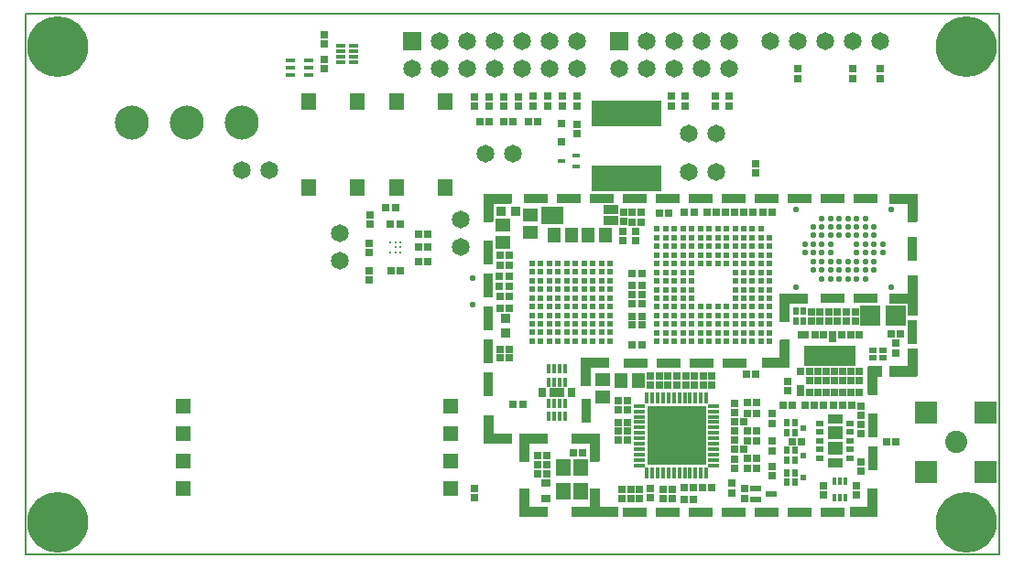
<source format=gbs>
G04 Layer_Color=16711935*
%FSLAX25Y25*%
%MOIN*%
G70*
G01*
G75*
%ADD16C,0.00787*%
%ADD95C,0.06500*%
%ADD96R,0.06500X0.06500*%
%ADD97C,0.12400*%
%ADD98C,0.22154*%
%ADD99C,0.02100*%
%ADD100R,0.08500X0.03700*%
%ADD101R,0.03700X0.08500*%
%ADD102R,0.03700X0.03700*%
%ADD103R,0.05224X0.06012*%
%ADD104R,0.04240X0.02665*%
%ADD105R,0.02665X0.02665*%
%ADD106R,0.02665X0.04240*%
%ADD107R,0.02862X0.02862*%
%ADD108R,0.18689X0.07587*%
%ADD109O,0.01602X0.04043*%
%ADD110O,0.04043X0.01602*%
%ADD111R,0.21169X0.21169*%
%ADD112R,0.02193X0.02429*%
%ADD113R,0.02272X0.02823*%
%ADD114R,0.02213X0.02823*%
%ADD115R,0.02862X0.02469*%
%ADD116R,0.05618X0.03256*%
%ADD117R,0.05618X0.04634*%
%ADD118C,0.02272*%
%ADD119C,0.02429*%
%ADD120R,0.02700X0.02500*%
%ADD121R,0.02500X0.02700*%
%ADD122R,0.01878X0.03059*%
%ADD123R,0.03059X0.01878*%
%ADD124R,0.01602X0.03453*%
%ADD125R,0.04173X0.02300*%
%ADD126R,0.01563X0.03059*%
%ADD127R,0.03260X0.03060*%
%ADD128R,0.04500X0.05500*%
%ADD129R,0.07200X0.07600*%
%ADD130R,0.02500X0.03300*%
%ADD131R,0.03500X0.03700*%
%ADD132R,0.03700X0.03500*%
%ADD133R,0.05500X0.04500*%
%ADD134R,0.05231X0.03462*%
%ADD135R,0.08374X0.03650*%
%ADD136C,0.00984*%
%ADD137R,0.02756X0.01378*%
%ADD138R,0.03543X0.01772*%
%ADD139R,0.05512X0.06496*%
%ADD140C,0.08071*%
%ADD141R,0.08374X0.08374*%
%ADD142R,0.05512X0.05512*%
%ADD143R,0.02756X0.02756*%
%ADD144R,0.25197X0.09449*%
%ADD145R,0.03453X0.01602*%
G36*
X324408Y131421D02*
X324446Y131412D01*
X324482Y131397D01*
X324516Y131376D01*
X324546Y131351D01*
X324571Y131321D01*
X324592Y131287D01*
X324607Y131251D01*
X324616Y131213D01*
X324619Y131174D01*
Y121373D01*
X324616Y121334D01*
X324607Y121296D01*
X324592Y121260D01*
X324571Y121226D01*
X324546Y121196D01*
X324516Y121171D01*
X324482Y121150D01*
X324446Y121135D01*
X324408Y121126D01*
X324368Y121123D01*
X321168D01*
X321129Y121126D01*
X321091Y121135D01*
X321055Y121150D01*
X321021Y121171D01*
X320991Y121196D01*
X320966Y121226D01*
X320945Y121260D01*
X320930Y121296D01*
X320921Y121334D01*
X320918Y121373D01*
Y127723D01*
X314568D01*
X314529Y127726D01*
X314491Y127735D01*
X314455Y127750D01*
X314421Y127771D01*
X314391Y127796D01*
X314366Y127826D01*
X314345Y127860D01*
X314330Y127896D01*
X314321Y127934D01*
X314318Y127973D01*
Y131174D01*
X314321Y131213D01*
X314330Y131251D01*
X314345Y131287D01*
X314366Y131321D01*
X314391Y131351D01*
X314421Y131376D01*
X314455Y131397D01*
X314491Y131412D01*
X314529Y131421D01*
X314568Y131424D01*
X324368D01*
X324408Y131421D01*
D02*
G37*
G36*
X176708D02*
X176746Y131412D01*
X176782Y131397D01*
X176816Y131376D01*
X176846Y131351D01*
X176871Y131321D01*
X176892Y131287D01*
X176907Y131251D01*
X176916Y131213D01*
X176919Y131174D01*
Y127973D01*
X176916Y127934D01*
X176907Y127896D01*
X176892Y127860D01*
X176871Y127826D01*
X176846Y127796D01*
X176816Y127771D01*
X176782Y127750D01*
X176746Y127735D01*
X176708Y127726D01*
X176668Y127723D01*
X170319D01*
Y121373D01*
X170316Y121334D01*
X170307Y121296D01*
X170292Y121260D01*
X170271Y121226D01*
X170246Y121196D01*
X170216Y121171D01*
X170182Y121150D01*
X170146Y121135D01*
X170108Y121126D01*
X170068Y121123D01*
X166868D01*
X166829Y121126D01*
X166791Y121135D01*
X166754Y121150D01*
X166721Y121171D01*
X166691Y121196D01*
X166665Y121226D01*
X166645Y121260D01*
X166630Y121296D01*
X166621Y121334D01*
X166618Y121373D01*
Y131174D01*
X166621Y131213D01*
X166630Y131251D01*
X166645Y131287D01*
X166665Y131321D01*
X166691Y131351D01*
X166721Y131376D01*
X166754Y131397D01*
X166791Y131412D01*
X166829Y131421D01*
X166868Y131424D01*
X176668D01*
X176708Y131421D01*
D02*
G37*
G36*
X324408Y101721D02*
X324446Y101712D01*
X324482Y101697D01*
X324516Y101676D01*
X324546Y101651D01*
X324571Y101621D01*
X324592Y101587D01*
X324607Y101551D01*
X324616Y101513D01*
X324619Y101473D01*
Y87173D01*
X324616Y87134D01*
X324607Y87096D01*
X324592Y87060D01*
X324571Y87026D01*
X324546Y86996D01*
X324516Y86971D01*
X324482Y86950D01*
X324446Y86935D01*
X324408Y86926D01*
X324368Y86923D01*
X321168D01*
X321129Y86926D01*
X321091Y86935D01*
X321055Y86950D01*
X321021Y86971D01*
X320991Y86996D01*
X320966Y87026D01*
X320945Y87060D01*
X320930Y87096D01*
X320921Y87134D01*
X320918Y87173D01*
Y91323D01*
X314568D01*
X314529Y91326D01*
X314491Y91335D01*
X314455Y91350D01*
X314421Y91371D01*
X314391Y91396D01*
X314366Y91426D01*
X314345Y91460D01*
X314330Y91496D01*
X314321Y91534D01*
X314318Y91574D01*
Y94774D01*
X314321Y94813D01*
X314330Y94851D01*
X314345Y94887D01*
X314366Y94921D01*
X314391Y94951D01*
X314421Y94976D01*
X314455Y94997D01*
X314491Y95012D01*
X314529Y95021D01*
X314568Y95024D01*
X320918D01*
Y101473D01*
X320921Y101513D01*
X320930Y101551D01*
X320945Y101587D01*
X320966Y101621D01*
X320991Y101651D01*
X321021Y101676D01*
X321055Y101697D01*
X321091Y101712D01*
X321129Y101721D01*
X321168Y101724D01*
X324368D01*
X324408Y101721D01*
D02*
G37*
G36*
X284608Y95021D02*
X284646Y95012D01*
X284682Y94997D01*
X284716Y94976D01*
X284746Y94951D01*
X284771Y94921D01*
X284792Y94887D01*
X284807Y94851D01*
X284816Y94813D01*
X284819Y94774D01*
Y91574D01*
X284816Y91534D01*
X284807Y91496D01*
X284792Y91460D01*
X284771Y91426D01*
X284746Y91396D01*
X284716Y91371D01*
X284682Y91350D01*
X284646Y91335D01*
X284608Y91326D01*
X284568Y91323D01*
X278219D01*
Y84974D01*
X278216Y84934D01*
X278207Y84896D01*
X278192Y84860D01*
X278171Y84826D01*
X278146Y84796D01*
X278116Y84771D01*
X278082Y84750D01*
X278046Y84735D01*
X278008Y84726D01*
X277968Y84723D01*
X274768D01*
X274729Y84726D01*
X274691Y84735D01*
X274655Y84750D01*
X274621Y84771D01*
X274591Y84796D01*
X274566Y84826D01*
X274545Y84860D01*
X274530Y84896D01*
X274521Y84934D01*
X274518Y84974D01*
Y94774D01*
X274521Y94813D01*
X274530Y94851D01*
X274545Y94887D01*
X274566Y94921D01*
X274591Y94951D01*
X274621Y94976D01*
X274655Y94997D01*
X274691Y95012D01*
X274729Y95021D01*
X274768Y95024D01*
X284568D01*
X284608Y95021D01*
D02*
G37*
G36*
X278008Y78221D02*
X278046Y78212D01*
X278082Y78197D01*
X278116Y78176D01*
X278146Y78151D01*
X278171Y78121D01*
X278192Y78087D01*
X278207Y78051D01*
X278216Y78013D01*
X278219Y77974D01*
Y68173D01*
X278216Y68134D01*
X278207Y68096D01*
X278192Y68060D01*
X278171Y68026D01*
X278146Y67996D01*
X278116Y67971D01*
X278082Y67950D01*
X278046Y67935D01*
X278008Y67926D01*
X277968Y67923D01*
X268168D01*
X268129Y67926D01*
X268091Y67935D01*
X268055Y67950D01*
X268021Y67971D01*
X267991Y67996D01*
X267966Y68026D01*
X267945Y68060D01*
X267930Y68096D01*
X267921Y68134D01*
X267918Y68173D01*
Y71373D01*
X267921Y71413D01*
X267930Y71451D01*
X267945Y71487D01*
X267966Y71521D01*
X267991Y71551D01*
X268021Y71576D01*
X268055Y71597D01*
X268091Y71612D01*
X268129Y71621D01*
X268168Y71624D01*
X274518D01*
Y77974D01*
X274521Y78013D01*
X274530Y78051D01*
X274545Y78087D01*
X274566Y78121D01*
X274591Y78151D01*
X274621Y78176D01*
X274655Y78197D01*
X274691Y78212D01*
X274729Y78221D01*
X274768Y78224D01*
X277968D01*
X278008Y78221D01*
D02*
G37*
G36*
X324408Y75121D02*
X324446Y75112D01*
X324482Y75097D01*
X324516Y75076D01*
X324546Y75051D01*
X324571Y75021D01*
X324592Y74987D01*
X324607Y74951D01*
X324616Y74913D01*
X324619Y74874D01*
Y65074D01*
X324616Y65034D01*
X324607Y64996D01*
X324592Y64960D01*
X324571Y64926D01*
X324546Y64896D01*
X324516Y64871D01*
X324482Y64850D01*
X324446Y64835D01*
X324408Y64826D01*
X324368Y64823D01*
X314568D01*
X314529Y64826D01*
X314491Y64835D01*
X314455Y64850D01*
X314421Y64871D01*
X314391Y64896D01*
X314366Y64926D01*
X314345Y64960D01*
X314330Y64996D01*
X314321Y65034D01*
X314318Y65074D01*
Y68274D01*
X314321Y68313D01*
X314330Y68351D01*
X314345Y68387D01*
X314366Y68421D01*
X314391Y68451D01*
X314421Y68476D01*
X314455Y68497D01*
X314491Y68512D01*
X314529Y68521D01*
X314568Y68524D01*
X320918D01*
Y74874D01*
X320921Y74913D01*
X320930Y74951D01*
X320945Y74987D01*
X320966Y75021D01*
X320991Y75051D01*
X321021Y75076D01*
X321055Y75097D01*
X321091Y75112D01*
X321129Y75121D01*
X321168Y75124D01*
X324368D01*
X324408Y75121D01*
D02*
G37*
G36*
X212208Y71621D02*
X212246Y71612D01*
X212282Y71597D01*
X212316Y71576D01*
X212346Y71551D01*
X212371Y71521D01*
X212392Y71487D01*
X212407Y71451D01*
X212416Y71413D01*
X212419Y71373D01*
Y68173D01*
X212416Y68134D01*
X212407Y68096D01*
X212392Y68060D01*
X212371Y68026D01*
X212346Y67996D01*
X212316Y67971D01*
X212282Y67950D01*
X212246Y67935D01*
X212208Y67926D01*
X212168Y67923D01*
X205819D01*
Y61523D01*
X205816Y61484D01*
X205807Y61446D01*
X205792Y61410D01*
X205771Y61376D01*
X205746Y61346D01*
X205716Y61321D01*
X205682Y61300D01*
X205646Y61285D01*
X205608Y61276D01*
X205568Y61273D01*
X202368D01*
X202329Y61276D01*
X202291Y61285D01*
X202255Y61300D01*
X202221Y61321D01*
X202191Y61346D01*
X202166Y61376D01*
X202145Y61410D01*
X202130Y61446D01*
X202121Y61484D01*
X202118Y61523D01*
Y71373D01*
X202121Y71413D01*
X202130Y71451D01*
X202145Y71487D01*
X202166Y71521D01*
X202191Y71551D01*
X202221Y71576D01*
X202255Y71597D01*
X202291Y71612D01*
X202329Y71621D01*
X202368Y71624D01*
X212168D01*
X212208Y71621D01*
D02*
G37*
G36*
X311608Y68521D02*
X311646Y68512D01*
X311682Y68497D01*
X311716Y68476D01*
X311746Y68451D01*
X311771Y68421D01*
X311792Y68387D01*
X311807Y68351D01*
X311816Y68313D01*
X311819Y68274D01*
Y65074D01*
X311816Y65034D01*
X311807Y64996D01*
X311792Y64960D01*
X311771Y64926D01*
X311746Y64896D01*
X311716Y64871D01*
X311682Y64850D01*
X311646Y64835D01*
X311608Y64826D01*
X311568Y64823D01*
X310219D01*
Y58373D01*
X310216Y58334D01*
X310207Y58296D01*
X310192Y58260D01*
X310171Y58226D01*
X310146Y58196D01*
X310116Y58171D01*
X310082Y58150D01*
X310046Y58135D01*
X310008Y58126D01*
X309968Y58123D01*
X306768D01*
X306729Y58126D01*
X306691Y58135D01*
X306655Y58150D01*
X306621Y58171D01*
X306591Y58196D01*
X306565Y58226D01*
X306545Y58260D01*
X306530Y58296D01*
X306521Y58334D01*
X306518Y58373D01*
Y68274D01*
X306521Y68313D01*
X306530Y68351D01*
X306545Y68387D01*
X306565Y68421D01*
X306591Y68451D01*
X306621Y68476D01*
X306655Y68497D01*
X306691Y68512D01*
X306729Y68521D01*
X306768Y68524D01*
X311568D01*
X311608Y68521D01*
D02*
G37*
G36*
X170108Y50721D02*
X170146Y50712D01*
X170182Y50697D01*
X170216Y50676D01*
X170246Y50651D01*
X170271Y50621D01*
X170292Y50587D01*
X170307Y50551D01*
X170316Y50513D01*
X170319Y50473D01*
Y44024D01*
X176868D01*
X176908Y44021D01*
X176946Y44012D01*
X176982Y43997D01*
X177016Y43976D01*
X177046Y43951D01*
X177071Y43921D01*
X177092Y43887D01*
X177107Y43851D01*
X177116Y43813D01*
X177119Y43773D01*
Y40573D01*
X177116Y40534D01*
X177107Y40496D01*
X177092Y40460D01*
X177071Y40426D01*
X177046Y40396D01*
X177016Y40371D01*
X176982Y40350D01*
X176946Y40335D01*
X176908Y40326D01*
X176868Y40323D01*
X166868D01*
X166829Y40326D01*
X166791Y40335D01*
X166754Y40350D01*
X166721Y40371D01*
X166691Y40396D01*
X166665Y40426D01*
X166645Y40460D01*
X166630Y40496D01*
X166621Y40534D01*
X166618Y40573D01*
Y50473D01*
X166621Y50513D01*
X166630Y50551D01*
X166645Y50587D01*
X166665Y50621D01*
X166691Y50651D01*
X166721Y50676D01*
X166754Y50697D01*
X166791Y50712D01*
X166829Y50721D01*
X166868Y50724D01*
X170068D01*
X170108Y50721D01*
D02*
G37*
G36*
X208808Y44021D02*
X208846Y44012D01*
X208882Y43997D01*
X208916Y43976D01*
X208946Y43951D01*
X208971Y43921D01*
X208992Y43887D01*
X209007Y43851D01*
X209016Y43813D01*
X209019Y43773D01*
Y34073D01*
X209016Y34034D01*
X209007Y33996D01*
X208992Y33960D01*
X208971Y33926D01*
X208946Y33896D01*
X208916Y33871D01*
X208882Y33850D01*
X208846Y33835D01*
X208808Y33826D01*
X208768Y33823D01*
X205568D01*
X205529Y33826D01*
X205491Y33835D01*
X205454Y33850D01*
X205421Y33871D01*
X205391Y33896D01*
X205365Y33926D01*
X205345Y33960D01*
X205330Y33996D01*
X205321Y34034D01*
X205318Y34073D01*
Y40323D01*
X198868D01*
X198829Y40326D01*
X198791Y40335D01*
X198755Y40350D01*
X198721Y40371D01*
X198691Y40396D01*
X198665Y40426D01*
X198645Y40460D01*
X198630Y40496D01*
X198621Y40534D01*
X198618Y40573D01*
Y43773D01*
X198621Y43813D01*
X198630Y43851D01*
X198645Y43887D01*
X198665Y43921D01*
X198691Y43951D01*
X198721Y43976D01*
X198755Y43997D01*
X198791Y44012D01*
X198829Y44021D01*
X198868Y44024D01*
X208768D01*
X208808Y44021D01*
D02*
G37*
G36*
X190008D02*
X190046Y44012D01*
X190082Y43997D01*
X190116Y43976D01*
X190146Y43951D01*
X190171Y43921D01*
X190192Y43887D01*
X190207Y43851D01*
X190216Y43813D01*
X190219Y43773D01*
Y40573D01*
X190216Y40534D01*
X190207Y40496D01*
X190192Y40460D01*
X190171Y40426D01*
X190146Y40396D01*
X190116Y40371D01*
X190082Y40350D01*
X190046Y40335D01*
X190008Y40326D01*
X189968Y40323D01*
X183519D01*
Y33874D01*
X183516Y33834D01*
X183507Y33796D01*
X183492Y33760D01*
X183471Y33726D01*
X183446Y33696D01*
X183416Y33671D01*
X183382Y33650D01*
X183346Y33635D01*
X183308Y33626D01*
X183268Y33623D01*
X180068D01*
X180029Y33626D01*
X179991Y33635D01*
X179955Y33650D01*
X179921Y33671D01*
X179891Y33696D01*
X179866Y33726D01*
X179845Y33760D01*
X179830Y33796D01*
X179821Y33834D01*
X179818Y33874D01*
Y43773D01*
X179821Y43813D01*
X179830Y43851D01*
X179845Y43887D01*
X179866Y43921D01*
X179891Y43951D01*
X179921Y43976D01*
X179955Y43997D01*
X179991Y44012D01*
X180029Y44021D01*
X180068Y44024D01*
X189968D01*
X190008Y44021D01*
D02*
G37*
G36*
X310008Y23971D02*
X310046Y23962D01*
X310082Y23947D01*
X310116Y23926D01*
X310146Y23901D01*
X310171Y23871D01*
X310192Y23837D01*
X310207Y23801D01*
X310216Y23763D01*
X310219Y23723D01*
Y13873D01*
X310216Y13834D01*
X310207Y13796D01*
X310192Y13760D01*
X310171Y13726D01*
X310146Y13696D01*
X310116Y13671D01*
X310082Y13650D01*
X310046Y13635D01*
X310008Y13626D01*
X309968Y13623D01*
X300168D01*
X300129Y13626D01*
X300091Y13635D01*
X300055Y13650D01*
X300021Y13671D01*
X299991Y13696D01*
X299966Y13726D01*
X299945Y13760D01*
X299930Y13796D01*
X299921Y13834D01*
X299918Y13873D01*
Y17074D01*
X299921Y17113D01*
X299930Y17151D01*
X299945Y17187D01*
X299966Y17221D01*
X299991Y17251D01*
X300021Y17276D01*
X300055Y17297D01*
X300091Y17312D01*
X300129Y17321D01*
X300168Y17324D01*
X306518D01*
Y23723D01*
X306521Y23763D01*
X306530Y23801D01*
X306545Y23837D01*
X306565Y23871D01*
X306591Y23901D01*
X306621Y23926D01*
X306655Y23947D01*
X306691Y23962D01*
X306729Y23971D01*
X306768Y23974D01*
X309968D01*
X310008Y23971D01*
D02*
G37*
G36*
X208808Y24021D02*
X208846Y24012D01*
X208882Y23997D01*
X208916Y23976D01*
X208946Y23951D01*
X208971Y23921D01*
X208992Y23887D01*
X209007Y23851D01*
X209016Y23813D01*
X209019Y23774D01*
Y17324D01*
X215468D01*
X215508Y17321D01*
X215546Y17312D01*
X215582Y17297D01*
X215616Y17276D01*
X215646Y17251D01*
X215671Y17221D01*
X215692Y17187D01*
X215707Y17151D01*
X215716Y17113D01*
X215719Y17074D01*
Y13873D01*
X215716Y13834D01*
X215707Y13796D01*
X215692Y13760D01*
X215671Y13726D01*
X215646Y13696D01*
X215616Y13671D01*
X215582Y13650D01*
X215546Y13635D01*
X215508Y13626D01*
X215468Y13623D01*
X198868D01*
X198829Y13626D01*
X198791Y13635D01*
X198755Y13650D01*
X198721Y13671D01*
X198691Y13696D01*
X198665Y13726D01*
X198645Y13760D01*
X198630Y13796D01*
X198621Y13834D01*
X198618Y13873D01*
Y17074D01*
X198621Y17113D01*
X198630Y17151D01*
X198645Y17187D01*
X198665Y17221D01*
X198691Y17251D01*
X198721Y17276D01*
X198755Y17297D01*
X198791Y17312D01*
X198829Y17321D01*
X198868Y17324D01*
X205318D01*
Y23774D01*
X205321Y23813D01*
X205330Y23851D01*
X205345Y23887D01*
X205365Y23921D01*
X205391Y23951D01*
X205421Y23976D01*
X205454Y23997D01*
X205491Y24012D01*
X205529Y24021D01*
X205568Y24024D01*
X208768D01*
X208808Y24021D01*
D02*
G37*
G36*
X183308D02*
X183346Y24012D01*
X183382Y23997D01*
X183416Y23976D01*
X183446Y23951D01*
X183471Y23921D01*
X183492Y23887D01*
X183507Y23851D01*
X183516Y23813D01*
X183519Y23774D01*
Y17324D01*
X189968D01*
X190008Y17321D01*
X190046Y17312D01*
X190082Y17297D01*
X190116Y17276D01*
X190146Y17251D01*
X190171Y17221D01*
X190192Y17187D01*
X190207Y17151D01*
X190216Y17113D01*
X190219Y17074D01*
Y13873D01*
X190216Y13834D01*
X190207Y13796D01*
X190192Y13760D01*
X190171Y13726D01*
X190146Y13696D01*
X190116Y13671D01*
X190082Y13650D01*
X190046Y13635D01*
X190008Y13626D01*
X189968Y13623D01*
X180068D01*
X180029Y13626D01*
X179991Y13635D01*
X179955Y13650D01*
X179921Y13671D01*
X179891Y13696D01*
X179866Y13726D01*
X179845Y13760D01*
X179830Y13796D01*
X179821Y13834D01*
X179818Y13873D01*
Y23774D01*
X179821Y23813D01*
X179830Y23851D01*
X179845Y23887D01*
X179866Y23921D01*
X179891Y23951D01*
X179921Y23976D01*
X179955Y23997D01*
X179991Y24012D01*
X180029Y24021D01*
X180068Y24024D01*
X183268D01*
X183308Y24021D01*
D02*
G37*
G54D16*
X354329Y0D02*
Y196851D01*
X0Y0D02*
X354329D01*
X0Y196851D02*
X354329D01*
X0Y0D02*
Y196851D01*
G54D95*
X114295Y116851D02*
D03*
Y106851D02*
D03*
X281033Y186921D02*
D03*
X291033D02*
D03*
X301033D02*
D03*
X311033D02*
D03*
X271033D02*
D03*
X200858Y176921D02*
D03*
Y186921D02*
D03*
X190858Y176921D02*
D03*
Y186921D02*
D03*
X180858Y176921D02*
D03*
Y186921D02*
D03*
X170858Y176921D02*
D03*
Y186921D02*
D03*
X160858Y176921D02*
D03*
Y186921D02*
D03*
X150858Y176921D02*
D03*
Y186921D02*
D03*
X140858Y176921D02*
D03*
X255995D02*
D03*
Y186921D02*
D03*
X245995Y176921D02*
D03*
Y186921D02*
D03*
X235995Y176921D02*
D03*
Y186921D02*
D03*
X225995Y176921D02*
D03*
Y186921D02*
D03*
X215995Y176921D02*
D03*
X88584Y139916D02*
D03*
X78584D02*
D03*
X251531Y153197D02*
D03*
X241531D02*
D03*
X251531Y139439D02*
D03*
X241531D02*
D03*
X158505Y112055D02*
D03*
Y122055D02*
D03*
X177304Y145831D02*
D03*
X167304D02*
D03*
G54D96*
X140858Y186921D02*
D03*
X215995D02*
D03*
G54D97*
X38582Y157451D02*
D03*
X58582D02*
D03*
X78582D02*
D03*
G54D98*
X11811Y11811D02*
D03*
X11811Y185040D02*
D03*
X342518D02*
D03*
X342518Y11811D02*
D03*
G54D99*
X162882Y100739D02*
D03*
Y91140D02*
D03*
G54D100*
X221868Y15473D02*
D03*
X233768D02*
D03*
X222168Y69774D02*
D03*
X185568Y129574D02*
D03*
X197568D02*
D03*
X245768Y15473D02*
D03*
X257768D02*
D03*
X269768D02*
D03*
X281768D02*
D03*
X293768D02*
D03*
X234168Y69774D02*
D03*
X246168D02*
D03*
X258168D02*
D03*
X293568Y93173D02*
D03*
X305568D02*
D03*
X209568Y129574D02*
D03*
X221568D02*
D03*
X233568D02*
D03*
X245568D02*
D03*
X257568D02*
D03*
X269568D02*
D03*
X281568D02*
D03*
X293568D02*
D03*
X305568D02*
D03*
G54D101*
X203968Y52473D02*
D03*
X168468Y61974D02*
D03*
Y73974D02*
D03*
Y85974D02*
D03*
Y97974D02*
D03*
Y109974D02*
D03*
X308368Y35074D02*
D03*
Y47074D02*
D03*
X322768Y81073D02*
D03*
Y111373D02*
D03*
G54D102*
X203968Y69774D02*
D03*
X181668Y15473D02*
D03*
X308368D02*
D03*
Y66673D02*
D03*
X322768D02*
D03*
X168468Y129574D02*
D03*
X322768D02*
D03*
X168468Y42173D02*
D03*
X181668D02*
D03*
X207168D02*
D03*
Y15473D02*
D03*
X276368Y69774D02*
D03*
Y93173D02*
D03*
X322768D02*
D03*
G54D103*
X201904Y31497D02*
D03*
Y22836D02*
D03*
X195605D02*
D03*
Y31497D02*
D03*
G54D104*
X283012Y80097D02*
D03*
G54D105*
X287343D02*
D03*
X290492D02*
D03*
X297185D02*
D03*
X300335D02*
D03*
X303484D02*
D03*
Y58837D02*
D03*
X285295D02*
D03*
X288327D02*
D03*
X291398D02*
D03*
X294429D02*
D03*
X297500D02*
D03*
X300532D02*
D03*
G54D106*
X293642Y79309D02*
D03*
X282224Y59624D02*
D03*
G54D107*
X303484Y63364D02*
D03*
X300532D02*
D03*
X297500D02*
D03*
X294429D02*
D03*
X291398D02*
D03*
X288327D02*
D03*
X285295D02*
D03*
X282224Y66711D02*
D03*
X285295D02*
D03*
X288327D02*
D03*
X291398D02*
D03*
X294429D02*
D03*
X297500D02*
D03*
X300532D02*
D03*
X303484D02*
D03*
G54D108*
X292618Y72419D02*
D03*
G54D109*
X226128Y56849D02*
D03*
X228096D02*
D03*
X230065D02*
D03*
X232033D02*
D03*
X234002D02*
D03*
X235970D02*
D03*
X237939D02*
D03*
X239907D02*
D03*
X241876D02*
D03*
X243844D02*
D03*
X245813D02*
D03*
X247781D02*
D03*
Y29684D02*
D03*
X245813D02*
D03*
X243844D02*
D03*
X241876D02*
D03*
X239907D02*
D03*
X237939D02*
D03*
X235970D02*
D03*
X234002D02*
D03*
X232033D02*
D03*
X230065D02*
D03*
X228096D02*
D03*
X226128D02*
D03*
G54D110*
X250537Y54093D02*
D03*
Y52125D02*
D03*
Y50156D02*
D03*
Y48188D02*
D03*
Y46219D02*
D03*
Y44251D02*
D03*
Y42282D02*
D03*
Y40314D02*
D03*
Y38345D02*
D03*
Y36377D02*
D03*
Y34408D02*
D03*
Y32440D02*
D03*
X223372D02*
D03*
Y34408D02*
D03*
Y36377D02*
D03*
Y38345D02*
D03*
Y40314D02*
D03*
Y42282D02*
D03*
Y44251D02*
D03*
Y46219D02*
D03*
Y48188D02*
D03*
Y50156D02*
D03*
Y52125D02*
D03*
Y54093D02*
D03*
G54D111*
X236954Y43266D02*
D03*
G54D112*
X282968Y46066D02*
D03*
Y36066D02*
D03*
Y27966D02*
D03*
G54D113*
X280054Y44275D02*
D03*
Y47858D02*
D03*
Y34275D02*
D03*
Y37858D02*
D03*
Y26175D02*
D03*
Y29758D02*
D03*
G54D114*
X277151Y44275D02*
D03*
Y47858D02*
D03*
Y34275D02*
D03*
Y37858D02*
D03*
Y26175D02*
D03*
Y29758D02*
D03*
G54D115*
X289142Y35067D02*
D03*
Y38217D02*
D03*
Y41366D02*
D03*
Y44516D02*
D03*
Y47666D02*
D03*
X300166D02*
D03*
Y44516D02*
D03*
Y41366D02*
D03*
Y38217D02*
D03*
Y35067D02*
D03*
G54D116*
X294654Y49241D02*
D03*
Y33492D02*
D03*
G54D117*
Y44221D02*
D03*
Y38512D02*
D03*
G54D118*
X280432Y125640D02*
D03*
Y97293D02*
D03*
X283581Y113041D02*
D03*
Y109892D02*
D03*
X286731Y119341D02*
D03*
Y116191D02*
D03*
Y113041D02*
D03*
Y109892D02*
D03*
Y106742D02*
D03*
Y103593D02*
D03*
X289880Y122490D02*
D03*
Y119341D02*
D03*
Y116191D02*
D03*
Y113041D02*
D03*
Y109892D02*
D03*
Y106742D02*
D03*
Y103593D02*
D03*
Y100443D02*
D03*
X293030Y122490D02*
D03*
Y119341D02*
D03*
Y116191D02*
D03*
Y113041D02*
D03*
Y109892D02*
D03*
Y106742D02*
D03*
Y103593D02*
D03*
Y100443D02*
D03*
X296180Y122490D02*
D03*
Y119341D02*
D03*
Y116191D02*
D03*
Y106742D02*
D03*
Y103593D02*
D03*
Y100443D02*
D03*
X299329Y122490D02*
D03*
Y119341D02*
D03*
Y116191D02*
D03*
Y106742D02*
D03*
Y103593D02*
D03*
Y100443D02*
D03*
X302479Y122490D02*
D03*
Y119341D02*
D03*
Y116191D02*
D03*
Y113041D02*
D03*
Y109892D02*
D03*
Y106742D02*
D03*
Y103593D02*
D03*
Y100443D02*
D03*
X305628Y122490D02*
D03*
Y119341D02*
D03*
Y116191D02*
D03*
Y113041D02*
D03*
Y109892D02*
D03*
Y106742D02*
D03*
Y103593D02*
D03*
Y100443D02*
D03*
X308778Y119341D02*
D03*
Y116191D02*
D03*
Y113041D02*
D03*
Y109892D02*
D03*
Y106742D02*
D03*
Y103593D02*
D03*
X311928Y113041D02*
D03*
Y109892D02*
D03*
X315077Y125640D02*
D03*
Y97293D02*
D03*
G54D119*
X184381Y106040D02*
D03*
Y102890D02*
D03*
Y99741D02*
D03*
Y96591D02*
D03*
Y93441D02*
D03*
Y90292D02*
D03*
Y87142D02*
D03*
Y83992D02*
D03*
Y80843D02*
D03*
Y77693D02*
D03*
X187531Y106040D02*
D03*
Y102890D02*
D03*
Y99741D02*
D03*
Y96591D02*
D03*
Y93441D02*
D03*
Y90292D02*
D03*
Y87142D02*
D03*
Y83992D02*
D03*
Y80843D02*
D03*
Y77693D02*
D03*
X190680Y106040D02*
D03*
Y102890D02*
D03*
Y99741D02*
D03*
Y96591D02*
D03*
Y93441D02*
D03*
Y90292D02*
D03*
Y87142D02*
D03*
Y83992D02*
D03*
Y80843D02*
D03*
Y77693D02*
D03*
X193830Y106040D02*
D03*
Y102890D02*
D03*
Y99741D02*
D03*
Y96591D02*
D03*
Y93441D02*
D03*
Y90292D02*
D03*
Y87142D02*
D03*
Y83992D02*
D03*
Y80843D02*
D03*
Y77693D02*
D03*
X196979Y106040D02*
D03*
Y102890D02*
D03*
Y99741D02*
D03*
Y96591D02*
D03*
Y93441D02*
D03*
Y90292D02*
D03*
Y87142D02*
D03*
Y83992D02*
D03*
Y80843D02*
D03*
Y77693D02*
D03*
X200129Y106040D02*
D03*
Y102890D02*
D03*
Y99741D02*
D03*
Y96591D02*
D03*
Y93441D02*
D03*
Y90292D02*
D03*
Y87142D02*
D03*
Y83992D02*
D03*
Y80843D02*
D03*
Y77693D02*
D03*
X203279Y106040D02*
D03*
Y102890D02*
D03*
Y99741D02*
D03*
Y96591D02*
D03*
Y93441D02*
D03*
Y90292D02*
D03*
Y87142D02*
D03*
Y83992D02*
D03*
Y80843D02*
D03*
Y77693D02*
D03*
X206428Y106040D02*
D03*
Y102890D02*
D03*
Y99741D02*
D03*
Y96591D02*
D03*
Y93441D02*
D03*
Y90292D02*
D03*
Y87142D02*
D03*
Y83992D02*
D03*
Y80843D02*
D03*
Y77693D02*
D03*
X209578Y106040D02*
D03*
Y102890D02*
D03*
Y99741D02*
D03*
Y96591D02*
D03*
Y93441D02*
D03*
Y90292D02*
D03*
Y87142D02*
D03*
Y83992D02*
D03*
Y80843D02*
D03*
Y77693D02*
D03*
X212728Y106040D02*
D03*
Y102890D02*
D03*
Y99741D02*
D03*
Y96591D02*
D03*
Y93441D02*
D03*
Y90292D02*
D03*
Y87142D02*
D03*
Y83992D02*
D03*
Y80843D02*
D03*
Y77693D02*
D03*
X267677Y118539D02*
D03*
X264528D02*
D03*
X261378D02*
D03*
X258228D02*
D03*
X255079D02*
D03*
X251929D02*
D03*
X248780D02*
D03*
X245630D02*
D03*
X242480D02*
D03*
X239331D02*
D03*
X236181D02*
D03*
X233032D02*
D03*
X229882D02*
D03*
X270827Y115389D02*
D03*
X267677D02*
D03*
X264528D02*
D03*
X261378D02*
D03*
X258228D02*
D03*
X255079D02*
D03*
X251929D02*
D03*
X248780D02*
D03*
X245630D02*
D03*
X242480D02*
D03*
X239331D02*
D03*
X236181D02*
D03*
X233032D02*
D03*
X229882D02*
D03*
X270827Y112240D02*
D03*
X267677D02*
D03*
X264528D02*
D03*
X261378D02*
D03*
X258228D02*
D03*
X255079D02*
D03*
X251929D02*
D03*
X248780D02*
D03*
X245630D02*
D03*
X242480D02*
D03*
X239331D02*
D03*
X236181D02*
D03*
X233032D02*
D03*
X229882D02*
D03*
X270827Y109090D02*
D03*
X267677D02*
D03*
X264528D02*
D03*
X261378D02*
D03*
X258228D02*
D03*
X255079D02*
D03*
X251929D02*
D03*
X248780D02*
D03*
X245630D02*
D03*
X242480D02*
D03*
X239331D02*
D03*
X236181D02*
D03*
X233032D02*
D03*
X229882D02*
D03*
X270827Y105941D02*
D03*
X267677D02*
D03*
X264528D02*
D03*
X261378D02*
D03*
X258228D02*
D03*
X255079D02*
D03*
X251929D02*
D03*
X248780D02*
D03*
X245630D02*
D03*
X242480D02*
D03*
X239331D02*
D03*
X236181D02*
D03*
X233032D02*
D03*
X229882D02*
D03*
X270827Y102791D02*
D03*
X267677D02*
D03*
X264528D02*
D03*
X261378D02*
D03*
X258228D02*
D03*
X242480D02*
D03*
X239331D02*
D03*
X236181D02*
D03*
X233032D02*
D03*
X229882D02*
D03*
X270827Y99641D02*
D03*
X267677D02*
D03*
X264528D02*
D03*
X261378D02*
D03*
X258228D02*
D03*
X242480D02*
D03*
X239331D02*
D03*
X236181D02*
D03*
X233032D02*
D03*
X229882D02*
D03*
X270827Y96492D02*
D03*
X267677D02*
D03*
X264528D02*
D03*
X261378D02*
D03*
X258228D02*
D03*
X242480D02*
D03*
X239331D02*
D03*
X236181D02*
D03*
X233032D02*
D03*
X229882D02*
D03*
X270827Y93342D02*
D03*
X267677D02*
D03*
X264528D02*
D03*
X261378D02*
D03*
X258228D02*
D03*
X242480D02*
D03*
X239331D02*
D03*
X236181D02*
D03*
X233032D02*
D03*
X229882D02*
D03*
X270827Y90193D02*
D03*
X267677D02*
D03*
X264528D02*
D03*
X261378D02*
D03*
X258228D02*
D03*
X255079D02*
D03*
X251929D02*
D03*
X248780D02*
D03*
X245630D02*
D03*
X242480D02*
D03*
X239331D02*
D03*
X236181D02*
D03*
X233032D02*
D03*
X229882D02*
D03*
X270827Y87043D02*
D03*
X267677D02*
D03*
X264528D02*
D03*
X261378D02*
D03*
X258228D02*
D03*
X255079D02*
D03*
X251929D02*
D03*
X248780D02*
D03*
X245630D02*
D03*
X242480D02*
D03*
X239331D02*
D03*
X236181D02*
D03*
X233032D02*
D03*
X229882D02*
D03*
X270827Y83893D02*
D03*
X267677D02*
D03*
X264528D02*
D03*
X261378D02*
D03*
X258228D02*
D03*
X255079D02*
D03*
X251929D02*
D03*
X248780D02*
D03*
X245630D02*
D03*
X242480D02*
D03*
X239331D02*
D03*
X236181D02*
D03*
X233032D02*
D03*
X229882D02*
D03*
X270827Y80744D02*
D03*
X267677D02*
D03*
X264528D02*
D03*
X261378D02*
D03*
X258228D02*
D03*
X255079D02*
D03*
X251929D02*
D03*
X248780D02*
D03*
X245630D02*
D03*
X242480D02*
D03*
X239331D02*
D03*
X236181D02*
D03*
X233032D02*
D03*
X229882D02*
D03*
X270827Y77594D02*
D03*
X267677D02*
D03*
X264528D02*
D03*
X261378D02*
D03*
X258228D02*
D03*
X255079D02*
D03*
X251929D02*
D03*
X248780D02*
D03*
X245630D02*
D03*
X242480D02*
D03*
X239331D02*
D03*
X236181D02*
D03*
X233032D02*
D03*
X229882D02*
D03*
G54D120*
X318454Y80167D02*
D03*
X315054D02*
D03*
X261454Y124767D02*
D03*
X264854D02*
D03*
X262454Y65566D02*
D03*
X265854D02*
D03*
X220854Y86766D02*
D03*
X224254D02*
D03*
X220854Y91466D02*
D03*
X224254D02*
D03*
X220854Y76467D02*
D03*
X224254D02*
D03*
X220754Y124667D02*
D03*
X224154D02*
D03*
X199354Y37067D02*
D03*
X202754D02*
D03*
X176054Y93866D02*
D03*
X172654D02*
D03*
X177554Y54667D02*
D03*
X180954D02*
D03*
X220854Y97966D02*
D03*
X224254D02*
D03*
X176054Y89767D02*
D03*
X172654D02*
D03*
X176154Y74766D02*
D03*
X172754D02*
D03*
X239854Y124767D02*
D03*
X243254D02*
D03*
X231954Y23666D02*
D03*
X235354D02*
D03*
X239654Y24466D02*
D03*
X243054D02*
D03*
X262654Y55167D02*
D03*
X266054D02*
D03*
X262654Y51467D02*
D03*
X266054D02*
D03*
X262654Y45066D02*
D03*
X266054D02*
D03*
X262654Y41366D02*
D03*
X266054D02*
D03*
X262654Y34866D02*
D03*
X266054D02*
D03*
X262654Y31266D02*
D03*
X266054D02*
D03*
X290554Y54167D02*
D03*
X293954D02*
D03*
X297354D02*
D03*
X300754D02*
D03*
X283754D02*
D03*
X287154D02*
D03*
X235354Y20467D02*
D03*
X231954D02*
D03*
X215654Y48066D02*
D03*
X219054D02*
D03*
X258154Y48267D02*
D03*
X261554D02*
D03*
X215654Y44866D02*
D03*
X219054D02*
D03*
X215654Y41666D02*
D03*
X219054D02*
D03*
X258154Y38166D02*
D03*
X261554D02*
D03*
X243054Y20066D02*
D03*
X239654D02*
D03*
X249854Y24466D02*
D03*
X246454D02*
D03*
X282554Y40966D02*
D03*
X279154D02*
D03*
Y54167D02*
D03*
X275754D02*
D03*
X254754Y124767D02*
D03*
X258154D02*
D03*
X271654D02*
D03*
X268254D02*
D03*
X220854Y94666D02*
D03*
X224254D02*
D03*
X186354Y29366D02*
D03*
X189754D02*
D03*
X215654Y52767D02*
D03*
X219054D02*
D03*
X215654Y55967D02*
D03*
X219054D02*
D03*
X224154Y121066D02*
D03*
X220754D02*
D03*
X176054Y108967D02*
D03*
X172654D02*
D03*
X176054Y105266D02*
D03*
X172654D02*
D03*
X224259Y102237D02*
D03*
X220859D02*
D03*
X234154Y124467D02*
D03*
X230754D02*
D03*
X224254Y83566D02*
D03*
X220854D02*
D03*
X251354Y124767D02*
D03*
X247954D02*
D03*
X172754Y71566D02*
D03*
X176154D02*
D03*
X177502Y157718D02*
D03*
X174102D02*
D03*
X146454Y111851D02*
D03*
X143054D02*
D03*
X146482Y106737D02*
D03*
X143082D02*
D03*
X134581Y126218D02*
D03*
X131181D02*
D03*
X133149Y103315D02*
D03*
X136549D02*
D03*
X132881Y120387D02*
D03*
X136281D02*
D03*
X313254Y40988D02*
D03*
X316654D02*
D03*
X168702Y157718D02*
D03*
X165302D02*
D03*
X186502Y157718D02*
D03*
X183102D02*
D03*
X143117Y116820D02*
D03*
X146517D02*
D03*
G54D121*
X292354Y85066D02*
D03*
Y88467D02*
D03*
X289154D02*
D03*
Y85066D02*
D03*
X227454Y65066D02*
D03*
Y61667D02*
D03*
X290354Y21666D02*
D03*
Y25067D02*
D03*
X302354D02*
D03*
Y21666D02*
D03*
X261654Y23866D02*
D03*
Y20467D02*
D03*
X186254Y36066D02*
D03*
Y32667D02*
D03*
X172554Y97767D02*
D03*
Y101166D02*
D03*
X304054Y54066D02*
D03*
Y50666D02*
D03*
Y43867D02*
D03*
Y47267D02*
D03*
X277454Y59667D02*
D03*
Y63067D02*
D03*
X285954Y85066D02*
D03*
Y88467D02*
D03*
X301954Y85066D02*
D03*
Y88467D02*
D03*
X298754Y85066D02*
D03*
Y88467D02*
D03*
X295554Y85066D02*
D03*
Y88467D02*
D03*
X316754Y76867D02*
D03*
Y73466D02*
D03*
X249854Y61667D02*
D03*
Y65066D02*
D03*
X246654Y61667D02*
D03*
Y65066D02*
D03*
X243454Y61667D02*
D03*
Y65066D02*
D03*
X240254Y61667D02*
D03*
Y65066D02*
D03*
X237054Y61667D02*
D03*
Y65066D02*
D03*
X233854Y61667D02*
D03*
Y65066D02*
D03*
X230654Y61667D02*
D03*
Y65066D02*
D03*
X257154Y25866D02*
D03*
Y22467D02*
D03*
X217154Y20166D02*
D03*
Y23566D02*
D03*
X227454Y20666D02*
D03*
Y24067D02*
D03*
X223554Y20166D02*
D03*
Y23566D02*
D03*
X220354Y20166D02*
D03*
Y23566D02*
D03*
X258054Y54966D02*
D03*
Y51566D02*
D03*
Y44967D02*
D03*
Y41567D02*
D03*
Y31367D02*
D03*
Y34767D02*
D03*
X271754Y51166D02*
D03*
Y47767D02*
D03*
Y41166D02*
D03*
Y37767D02*
D03*
Y32067D02*
D03*
Y28666D02*
D03*
X304054Y33566D02*
D03*
Y30167D02*
D03*
X176154Y97767D02*
D03*
Y101166D02*
D03*
X189854Y36066D02*
D03*
Y32667D02*
D03*
X217654Y121167D02*
D03*
Y124566D02*
D03*
X217454Y117766D02*
D03*
Y114366D02*
D03*
X221954Y114166D02*
D03*
Y117567D02*
D03*
X265749Y139052D02*
D03*
Y142453D02*
D03*
X190198Y163433D02*
D03*
Y166833D02*
D03*
X195528Y163433D02*
D03*
Y166833D02*
D03*
X200859Y156667D02*
D03*
Y153267D02*
D03*
Y163433D02*
D03*
Y166833D02*
D03*
X184867Y163433D02*
D03*
Y166833D02*
D03*
X255995Y166834D02*
D03*
Y163434D02*
D03*
X281033Y176834D02*
D03*
Y173434D02*
D03*
X301033Y176834D02*
D03*
Y173434D02*
D03*
X311033Y176834D02*
D03*
Y173434D02*
D03*
X234902Y166834D02*
D03*
Y163434D02*
D03*
X250964Y166834D02*
D03*
Y163434D02*
D03*
X239933Y166834D02*
D03*
Y163434D02*
D03*
X108794Y185920D02*
D03*
Y189320D02*
D03*
Y180320D02*
D03*
Y176920D02*
D03*
X163503Y23976D02*
D03*
Y20576D02*
D03*
X125145Y109883D02*
D03*
Y113283D02*
D03*
X125279Y120387D02*
D03*
Y123787D02*
D03*
X125145Y103315D02*
D03*
Y99915D02*
D03*
X168702Y163370D02*
D03*
Y166770D02*
D03*
X163302D02*
D03*
Y163370D02*
D03*
X179502D02*
D03*
Y166770D02*
D03*
X174102D02*
D03*
Y163370D02*
D03*
G54D122*
X280435Y84896D02*
D03*
X283073D02*
D03*
Y88637D02*
D03*
X280435D02*
D03*
G54D123*
X308284Y74385D02*
D03*
Y71748D02*
D03*
X312024D02*
D03*
Y74385D02*
D03*
G54D124*
X196407Y50206D02*
D03*
X194439D02*
D03*
X192470D02*
D03*
X190502D02*
D03*
Y55127D02*
D03*
X192470D02*
D03*
X194439D02*
D03*
X196407D02*
D03*
Y62806D02*
D03*
X194439D02*
D03*
X192470D02*
D03*
X190502D02*
D03*
Y67727D02*
D03*
X192470D02*
D03*
X194439D02*
D03*
X196407D02*
D03*
G54D125*
X265746Y20098D02*
D03*
Y24035D02*
D03*
X271362Y22066D02*
D03*
G54D126*
X298323Y20515D02*
D03*
X296354D02*
D03*
X294386D02*
D03*
Y26618D02*
D03*
X296354D02*
D03*
X298323D02*
D03*
G54D127*
X189554Y25916D02*
D03*
Y20216D02*
D03*
G54D128*
X216754Y63367D02*
D03*
X223154D02*
D03*
X198854Y116466D02*
D03*
X192454D02*
D03*
X211054Y116367D02*
D03*
X204654D02*
D03*
G54D129*
X307542Y87067D02*
D03*
X316566D02*
D03*
G54D130*
X191923Y58867D02*
D03*
X187985D02*
D03*
X194785D02*
D03*
X198723D02*
D03*
G54D131*
X178349Y125054D02*
D03*
X172949D02*
D03*
G54D132*
X174654Y85966D02*
D03*
Y80567D02*
D03*
G54D133*
X183649Y117353D02*
D03*
Y123753D02*
D03*
X173804Y113567D02*
D03*
Y119966D02*
D03*
X209954Y63666D02*
D03*
Y57266D02*
D03*
G54D134*
X212959Y121606D02*
D03*
Y125670D02*
D03*
G54D135*
X191696Y122161D02*
D03*
Y125113D02*
D03*
G54D136*
X132612Y113820D02*
D03*
Y109883D02*
D03*
X134581Y113820D02*
D03*
Y111851D02*
D03*
Y109883D02*
D03*
X136549Y113820D02*
D03*
Y111851D02*
D03*
Y109883D02*
D03*
G54D137*
X200544Y145408D02*
D03*
Y141471D02*
D03*
X195032Y143439D02*
D03*
G54D138*
X96240Y174781D02*
D03*
Y177340D02*
D03*
Y179899D02*
D03*
X102933D02*
D03*
Y177340D02*
D03*
Y174781D02*
D03*
G54D139*
X152701Y133608D02*
D03*
Y164907D02*
D03*
X134984Y133608D02*
D03*
Y164907D02*
D03*
X102933D02*
D03*
Y133608D02*
D03*
X120650Y164907D02*
D03*
Y133608D02*
D03*
G54D140*
X338672Y40988D02*
D03*
G54D141*
X349498Y51814D02*
D03*
X327845D02*
D03*
Y30161D02*
D03*
X349498D02*
D03*
G54D142*
X154868Y23976D02*
D03*
Y33976D02*
D03*
Y43976D02*
D03*
Y53976D02*
D03*
X57230Y23976D02*
D03*
Y33976D02*
D03*
Y43976D02*
D03*
Y53976D02*
D03*
G54D143*
X195032Y157136D02*
D03*
Y150443D02*
D03*
G54D144*
X218660Y136977D02*
D03*
Y160599D02*
D03*
G54D145*
X119489Y185242D02*
D03*
Y183273D02*
D03*
Y181305D02*
D03*
Y179336D02*
D03*
X114568D02*
D03*
Y181305D02*
D03*
Y183273D02*
D03*
Y185242D02*
D03*
M02*

</source>
